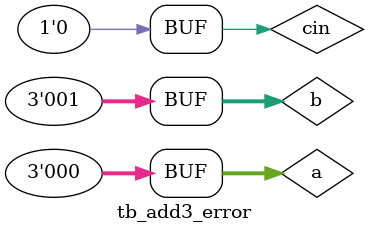
<source format=v>
module tb_add3_error();
// constants                                           
// general purpose registers
reg [2:0] a;
reg [2:0] b;
reg cin;
// wires                                               
wire [3:0] sum;

wire sampler;                             

// assign statements (if any)                          
add3_error i1 (
// port map - connection between master ports and signals/registers   
	.a(a),
	.b(b),
	.cin(cin),
	.sum(sum)
);

add3_ref w1 (
// port map - connection between master ports and signals/registers   
	.a(a),
	.b(b),
	.cin(cin),
	.sum(sum)
);
// a[ 2 ]
initial
begin
	a[2] = 1'b1;
	a[2] = #160000 1'b1;
	a[2] = #160000 1'b0;
	a[2] = #80000 1'b1;
	a[2] = #40000 1'b0;
	a[2] = #40000 1'b1;
	a[2] = #160000 1'b0;
	a[2] = #160000 1'b1;
	a[2] = #160000 1'b0;
end 
// a[ 1 ]
initial
begin
	a[1] = 1'b1;
	a[1] = #120000 1'b0;
	a[1] = #40000 1'b0;
	a[1] = #80000 1'b1;
	a[1] = #80000 1'b0;
	a[1] = #120000 1'b1;
	a[1] = #40000 1'b0;
	a[1] = #80000 1'b1;
	# 80000;
	repeat(2)
	begin
		a[1] = 1'b0;
		a[1] = #80000 1'b1;
		# 80000;
	end
	a[1] = 1'b0;
end 
// a[ 0 ]
initial
begin
	a[0] = 1'b1;
	a[0] = #40000 1'b0;
	a[0] = #40000 1'b0;
	a[0] = #40000 1'b1;
	# 40000;
	repeat(2)
	begin
		a[0] = 1'b0;
		a[0] = #40000 1'b1;
		# 40000;
	end
	a[0] = 1'b0;
	a[0] = #40000 1'b1;
	a[0] = #120000 1'b0;
	a[0] = #40000 1'b1;
	# 40000;
	repeat(5)
	begin
		a[0] = 1'b0;
		a[0] = #40000 1'b1;
		# 40000;
	end
	a[0] = 1'b0;
end 
// b[ 2 ]
initial
begin
	b[2] = 1'b1;
	b[2] = #160000 1'b1;
	b[2] = #40000 1'b0;
	b[2] = #40000 1'b1;
	b[2] = #40000 1'b0;
	b[2] = #40000 1'b1;
	b[2] = #120000 1'b0;
	b[2] = #120000 1'b1;
	b[2] = #120000 1'b0;
	b[2] = #80000 1'b1;
	b[2] = #40000 1'b0;
end 
// b[ 1 ]
initial
begin
	b[1] = 1'b0;
	b[1] = #200000 1'b1;
	b[1] = #40000 1'b0;
	b[1] = #80000 1'b1;
	b[1] = #80000 1'b0;
	b[1] = #80000 1'b1;
	b[1] = #80000 1'b0;
	b[1] = #40000 1'b1;
	b[1] = #80000 1'b0;
	b[1] = #160000 1'b1;
	b[1] = #40000 1'b0;
end 
// b[ 0 ]
initial
begin
	b[0] = 1'b0;
	b[0] = #80000 1'b1;
	b[0] = #80000 1'b1;
	b[0] = #40000 1'b0;
	b[0] = #40000 1'b1;
	b[0] = #40000 1'b0;
	b[0] = #40000 1'b1;
	b[0] = #120000 1'b0;
	b[0] = #120000 1'b1;
	b[0] = #120000 1'b0;
	b[0] = #40000 1'b1;
	b[0] = #80000 1'b0;
	b[0] = #40000 1'b1;
	b[0] = #40000 1'b0;
	b[0] = #80000 1'b1;
end 

// cin
initial
begin
	cin = 1'b0;
end 

/*initial
 begin
		 $monitor("t=%3d a=%d,b=%d,cin=%d,sum=%d pass\n",$time,a,b,cin,sum, );
		 if(A==7 & B== 4 | A==4 & B==7)
			$monitor("t=%3d a=%d,b=%d,cin=%d,sum=%d \n fail",$time,a,b,cin,sum, );	
		 end


endmodule */

	always@(*)
		begin
			if(a==7 & b== 4 | a==4 & b==7)
				$monitor("t=%3d a=%d,b=%d,cin=%d,sum=%d \n fail",$time,a,b,cin,sum, );
			else
				$monitor("t=%3d a=%d,b=%d,cin=%d,sum=%d pass\n",$time,a,b,cin,sum, );
		end
		
endmodule


</source>
